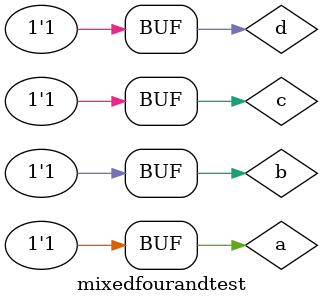
<source format=v>
`timescale 1ns / 1ps


module mixedfourandtest;

	// Inputs
	reg a;
	reg b;
	reg c;
	reg d;

	// Outputs
	wire f;

	// Instantiate the Unit Under Test (UUT)
	mixedfourand uut (
		.a(a), 
		.b(b), 
		.c(c), 
		.d(d), 
		.f(f)
	);

	initial begin
		// Initialize Inputs
		a = 0;		b = 0;		c = 0;		d = 0;
		#10 a = 1;		b = 1;		c = 1;		d = 1;
		#10 a = 1;		b = 0;		c = 1;		d = 1;
		#10 a = 1;		b = 1;		c = 0;		d = 1;
		#10 a = 1;		b = 1;		c = 1;		d = 0;
		#10 a = 1;		b = 1;		c = 1;		d = 1;
	end
      
endmodule


</source>
